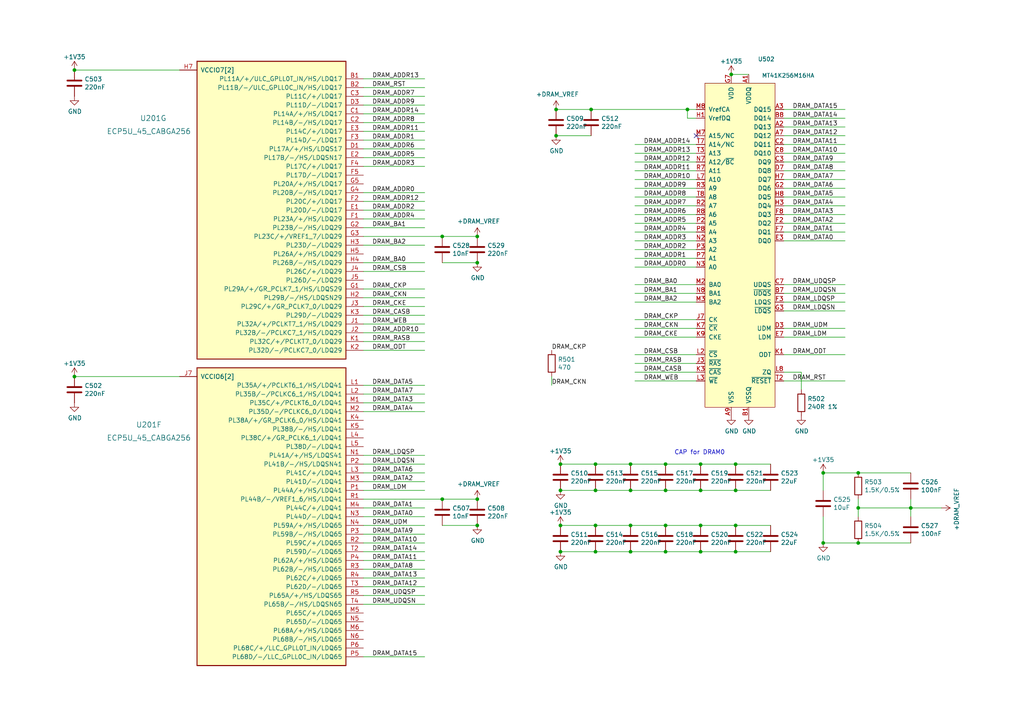
<source format=kicad_sch>
(kicad_sch (version 20210621) (generator eeschema)
  (paper "A4")
  (junction (at 21.59 20.32))
  (junction (at 21.59 109.22))
  (junction (at 128.27 68.58))
  (junction (at 128.27 144.78))
  (junction (at 138.43 68.58))
  (junction (at 138.43 76.2))
  (junction (at 138.43 144.78))
  (junction (at 138.43 152.4))
  (junction (at 161.29 31.75) (diameter 0.9144))
  (junction (at 161.29 39.37) (diameter 0.9144))
  (junction (at 162.56 134.62) (diameter 0.9144))
  (junction (at 162.56 142.24) (diameter 0.9144))
  (junction (at 162.56 152.4) (diameter 0.9144))
  (junction (at 162.56 160.02) (diameter 0.9144))
  (junction (at 171.45 31.75) (diameter 0.9144))
  (junction (at 172.72 134.62) (diameter 0.9144))
  (junction (at 172.72 142.24) (diameter 0.9144))
  (junction (at 172.72 152.4) (diameter 0.9144))
  (junction (at 172.72 160.02) (diameter 0.9144))
  (junction (at 182.88 134.62) (diameter 0.9144))
  (junction (at 182.88 142.24) (diameter 0.9144))
  (junction (at 182.88 152.4) (diameter 0.9144))
  (junction (at 182.88 160.02) (diameter 0.9144))
  (junction (at 193.04 134.62) (diameter 0.9144))
  (junction (at 193.04 142.24) (diameter 0.9144))
  (junction (at 193.04 152.4) (diameter 0.9144))
  (junction (at 193.04 160.02) (diameter 0.9144))
  (junction (at 199.39 31.75))
  (junction (at 203.2 134.62) (diameter 0.9144))
  (junction (at 203.2 142.24) (diameter 0.9144))
  (junction (at 203.2 152.4) (diameter 0.9144))
  (junction (at 203.2 160.02) (diameter 0.9144))
  (junction (at 212.09 21.59) (diameter 0.9144))
  (junction (at 213.36 134.62) (diameter 0.9144))
  (junction (at 213.36 142.24) (diameter 0.9144))
  (junction (at 213.36 152.4) (diameter 0.9144))
  (junction (at 213.36 160.02) (diameter 0.9144))
  (junction (at 238.76 137.16) (diameter 0.9144))
  (junction (at 238.76 157.48) (diameter 0.9144))
  (junction (at 248.92 137.16) (diameter 0.9144))
  (junction (at 248.92 147.32) (diameter 0.9144))
  (junction (at 248.92 157.48) (diameter 0.9144))
  (junction (at 264.16 147.32) (diameter 0.9144))
  (no_connect (at 201.93 39.37))
  (wire (pts (xy 21.59 20.32) (xy 52.07 20.32)))
  (wire (pts (xy 21.59 109.22) (xy 52.07 109.22)))
  (wire (pts (xy 105.41 22.86) (xy 123.19 22.86)))
  (wire (pts (xy 105.41 25.4) (xy 123.19 25.4)))
  (wire (pts (xy 105.41 38.1) (xy 123.19 38.1)))
  (wire (pts (xy 105.41 40.64) (xy 123.19 40.64)))
  (wire (pts (xy 105.41 43.18) (xy 123.19 43.18)))
  (wire (pts (xy 105.41 58.42) (xy 123.19 58.42)))
  (wire (pts (xy 105.41 60.96) (xy 123.19 60.96)))
  (wire (pts (xy 105.41 63.5) (xy 123.19 63.5)))
  (wire (pts (xy 105.41 68.58) (xy 128.27 68.58)))
  (wire (pts (xy 105.41 78.74) (xy 123.19 78.74)))
  (wire (pts (xy 105.41 83.82) (xy 123.19 83.82)))
  (wire (pts (xy 105.41 86.36) (xy 123.19 86.36)))
  (wire (pts (xy 105.41 96.52) (xy 123.19 96.52)))
  (wire (pts (xy 105.41 99.06) (xy 123.19 99.06)))
  (wire (pts (xy 105.41 101.6) (xy 123.19 101.6)))
  (wire (pts (xy 105.41 111.76) (xy 123.19 111.76)))
  (wire (pts (xy 105.41 114.3) (xy 123.19 114.3)))
  (wire (pts (xy 105.41 139.7) (xy 123.19 139.7)))
  (wire (pts (xy 105.41 142.24) (xy 123.19 142.24)))
  (wire (pts (xy 105.41 144.78) (xy 128.27 144.78)))
  (wire (pts (xy 105.41 147.32) (xy 123.19 147.32)))
  (wire (pts (xy 105.41 149.86) (xy 123.19 149.86)))
  (wire (pts (xy 105.41 154.94) (xy 123.19 154.94)))
  (wire (pts (xy 105.41 157.48) (xy 123.19 157.48)))
  (wire (pts (xy 105.41 160.02) (xy 123.19 160.02)))
  (wire (pts (xy 105.41 170.18) (xy 123.19 170.18)))
  (wire (pts (xy 105.41 190.5) (xy 123.19 190.5)))
  (wire (pts (xy 123.19 27.94) (xy 105.41 27.94)))
  (wire (pts (xy 123.19 30.48) (xy 105.41 30.48)))
  (wire (pts (xy 123.19 33.02) (xy 105.41 33.02)))
  (wire (pts (xy 123.19 35.56) (xy 105.41 35.56)))
  (wire (pts (xy 123.19 45.72) (xy 105.41 45.72)))
  (wire (pts (xy 123.19 48.26) (xy 105.41 48.26)))
  (wire (pts (xy 123.19 55.88) (xy 105.41 55.88)))
  (wire (pts (xy 123.19 66.04) (xy 105.41 66.04)))
  (wire (pts (xy 123.19 71.12) (xy 105.41 71.12)))
  (wire (pts (xy 123.19 76.2) (xy 105.41 76.2)))
  (wire (pts (xy 123.19 88.9) (xy 105.41 88.9)))
  (wire (pts (xy 123.19 91.44) (xy 105.41 91.44)))
  (wire (pts (xy 123.19 93.98) (xy 105.41 93.98)))
  (wire (pts (xy 123.19 116.84) (xy 105.41 116.84)))
  (wire (pts (xy 123.19 119.38) (xy 105.41 119.38)))
  (wire (pts (xy 123.19 132.08) (xy 105.41 132.08)))
  (wire (pts (xy 123.19 134.62) (xy 105.41 134.62)))
  (wire (pts (xy 123.19 137.16) (xy 105.41 137.16)))
  (wire (pts (xy 123.19 152.4) (xy 105.41 152.4)))
  (wire (pts (xy 123.19 162.56) (xy 105.41 162.56)))
  (wire (pts (xy 123.19 165.1) (xy 105.41 165.1)))
  (wire (pts (xy 123.19 167.64) (xy 105.41 167.64)))
  (wire (pts (xy 123.19 172.72) (xy 105.41 172.72)))
  (wire (pts (xy 123.19 175.26) (xy 105.41 175.26)))
  (wire (pts (xy 128.27 68.58) (xy 138.43 68.58)))
  (wire (pts (xy 128.27 144.78) (xy 138.43 144.78)))
  (wire (pts (xy 138.43 76.2) (xy 128.27 76.2)))
  (wire (pts (xy 138.43 152.4) (xy 128.27 152.4)))
  (wire (pts (xy 160.02 109.22) (xy 160.02 111.76)))
  (wire (pts (xy 161.29 31.75) (xy 171.45 31.75)))
  (wire (pts (xy 171.45 31.75) (xy 199.39 31.75)))
  (wire (pts (xy 171.45 39.37) (xy 161.29 39.37)))
  (wire (pts (xy 172.72 134.62) (xy 162.56 134.62)))
  (wire (pts (xy 172.72 134.62) (xy 182.88 134.62)))
  (wire (pts (xy 172.72 142.24) (xy 162.56 142.24)))
  (wire (pts (xy 172.72 142.24) (xy 182.88 142.24)))
  (wire (pts (xy 172.72 152.4) (xy 162.56 152.4)))
  (wire (pts (xy 172.72 152.4) (xy 182.88 152.4)))
  (wire (pts (xy 172.72 160.02) (xy 162.56 160.02)))
  (wire (pts (xy 172.72 160.02) (xy 182.88 160.02)))
  (wire (pts (xy 182.88 134.62) (xy 193.04 134.62)))
  (wire (pts (xy 182.88 152.4) (xy 193.04 152.4)))
  (wire (pts (xy 184.15 41.91) (xy 201.93 41.91)))
  (wire (pts (xy 184.15 44.45) (xy 201.93 44.45)))
  (wire (pts (xy 184.15 57.15) (xy 201.93 57.15)))
  (wire (pts (xy 184.15 59.69) (xy 201.93 59.69)))
  (wire (pts (xy 184.15 62.23) (xy 201.93 62.23)))
  (wire (pts (xy 184.15 72.39) (xy 201.93 72.39)))
  (wire (pts (xy 184.15 74.93) (xy 201.93 74.93)))
  (wire (pts (xy 184.15 77.47) (xy 201.93 77.47)))
  (wire (pts (xy 184.15 82.55) (xy 201.93 82.55)))
  (wire (pts (xy 184.15 85.09) (xy 201.93 85.09)))
  (wire (pts (xy 184.15 87.63) (xy 201.93 87.63)))
  (wire (pts (xy 184.15 92.71) (xy 201.93 92.71)))
  (wire (pts (xy 184.15 95.25) (xy 201.93 95.25)))
  (wire (pts (xy 184.15 105.41) (xy 201.93 105.41)))
  (wire (pts (xy 184.15 107.95) (xy 201.93 107.95)))
  (wire (pts (xy 184.15 110.49) (xy 201.93 110.49)))
  (wire (pts (xy 193.04 142.24) (xy 182.88 142.24)))
  (wire (pts (xy 193.04 160.02) (xy 182.88 160.02)))
  (wire (pts (xy 199.39 31.75) (xy 201.93 31.75)))
  (wire (pts (xy 199.39 34.29) (xy 199.39 31.75)))
  (wire (pts (xy 201.93 34.29) (xy 199.39 34.29)))
  (wire (pts (xy 201.93 46.99) (xy 184.15 46.99)))
  (wire (pts (xy 201.93 49.53) (xy 184.15 49.53)))
  (wire (pts (xy 201.93 52.07) (xy 184.15 52.07)))
  (wire (pts (xy 201.93 54.61) (xy 184.15 54.61)))
  (wire (pts (xy 201.93 64.77) (xy 184.15 64.77)))
  (wire (pts (xy 201.93 67.31) (xy 184.15 67.31)))
  (wire (pts (xy 201.93 69.85) (xy 184.15 69.85)))
  (wire (pts (xy 201.93 97.79) (xy 184.15 97.79)))
  (wire (pts (xy 201.93 102.87) (xy 184.15 102.87)))
  (wire (pts (xy 203.2 134.62) (xy 193.04 134.62)))
  (wire (pts (xy 203.2 142.24) (xy 193.04 142.24)))
  (wire (pts (xy 203.2 152.4) (xy 193.04 152.4)))
  (wire (pts (xy 203.2 160.02) (xy 193.04 160.02)))
  (wire (pts (xy 212.09 21.59) (xy 217.17 21.59)))
  (wire (pts (xy 213.36 134.62) (xy 203.2 134.62)))
  (wire (pts (xy 213.36 142.24) (xy 203.2 142.24)))
  (wire (pts (xy 213.36 152.4) (xy 203.2 152.4)))
  (wire (pts (xy 213.36 160.02) (xy 203.2 160.02)))
  (wire (pts (xy 223.52 134.62) (xy 213.36 134.62)))
  (wire (pts (xy 223.52 142.24) (xy 213.36 142.24)))
  (wire (pts (xy 223.52 152.4) (xy 213.36 152.4)))
  (wire (pts (xy 223.52 160.02) (xy 213.36 160.02)))
  (wire (pts (xy 227.33 34.29) (xy 245.11 34.29)))
  (wire (pts (xy 227.33 36.83) (xy 245.11 36.83)))
  (wire (pts (xy 227.33 39.37) (xy 245.11 39.37)))
  (wire (pts (xy 227.33 49.53) (xy 245.11 49.53)))
  (wire (pts (xy 227.33 52.07) (xy 245.11 52.07)))
  (wire (pts (xy 227.33 54.61) (xy 245.11 54.61)))
  (wire (pts (xy 227.33 64.77) (xy 245.11 64.77)))
  (wire (pts (xy 227.33 67.31) (xy 245.11 67.31)))
  (wire (pts (xy 227.33 69.85) (xy 245.11 69.85)))
  (wire (pts (xy 227.33 95.25) (xy 245.11 95.25)))
  (wire (pts (xy 227.33 97.79) (xy 245.11 97.79)))
  (wire (pts (xy 227.33 107.95) (xy 232.41 107.95)))
  (wire (pts (xy 227.33 110.49) (xy 245.11 110.49)))
  (wire (pts (xy 232.41 107.95) (xy 232.41 113.03)))
  (wire (pts (xy 238.76 137.16) (xy 238.76 142.24)))
  (wire (pts (xy 238.76 137.16) (xy 248.92 137.16)))
  (wire (pts (xy 238.76 149.86) (xy 238.76 157.48)))
  (wire (pts (xy 245.11 31.75) (xy 227.33 31.75)))
  (wire (pts (xy 245.11 41.91) (xy 227.33 41.91)))
  (wire (pts (xy 245.11 44.45) (xy 227.33 44.45)))
  (wire (pts (xy 245.11 46.99) (xy 227.33 46.99)))
  (wire (pts (xy 245.11 57.15) (xy 227.33 57.15)))
  (wire (pts (xy 245.11 59.69) (xy 227.33 59.69)))
  (wire (pts (xy 245.11 62.23) (xy 227.33 62.23)))
  (wire (pts (xy 245.11 82.55) (xy 227.33 82.55)))
  (wire (pts (xy 245.11 85.09) (xy 227.33 85.09)))
  (wire (pts (xy 245.11 87.63) (xy 227.33 87.63)))
  (wire (pts (xy 245.11 90.17) (xy 227.33 90.17)))
  (wire (pts (xy 245.11 102.87) (xy 227.33 102.87)))
  (wire (pts (xy 248.92 137.16) (xy 264.16 137.16)))
  (wire (pts (xy 248.92 144.78) (xy 248.92 147.32)))
  (wire (pts (xy 248.92 147.32) (xy 248.92 149.86)))
  (wire (pts (xy 248.92 147.32) (xy 264.16 147.32)))
  (wire (pts (xy 248.92 157.48) (xy 238.76 157.48)))
  (wire (pts (xy 264.16 144.78) (xy 264.16 147.32)))
  (wire (pts (xy 264.16 147.32) (xy 264.16 149.86)))
  (wire (pts (xy 264.16 157.48) (xy 248.92 157.48)))
  (wire (pts (xy 273.05 147.32) (xy 264.16 147.32)))
  (text "CAP for DRAM0" (at 195.58 132.08 0) (effects (font (size 1.27 1.27)) (justify left bottom)))
  (label "DRAM_ADDR13" (at 107.95 22.86 0))
  (label "DRAM_RST" (at 107.95 25.4 0))
  (label "DRAM_ADDR7" (at 107.95 27.94 0))
  (label "DRAM_ADDR9" (at 107.95 30.48 0))
  (label "DRAM_ADDR14" (at 107.95 33.02 0))
  (label "DRAM_ADDR8" (at 107.95 35.56 0))
  (label "DRAM_ADDR11" (at 107.95 38.1 0))
  (label "DRAM_ADDR1" (at 107.95 40.64 0))
  (label "DRAM_ADDR6" (at 107.95 43.18 0))
  (label "DRAM_ADDR5" (at 107.95 45.72 0))
  (label "DRAM_ADDR3" (at 107.95 48.26 0))
  (label "DRAM_ADDR0" (at 107.95 55.88 0))
  (label "DRAM_ADDR12" (at 107.95 58.42 0))
  (label "DRAM_ADDR2" (at 107.95 60.96 0))
  (label "DRAM_ADDR4" (at 107.95 63.5 0))
  (label "DRAM_BA1" (at 107.95 66.04 0))
  (label "DRAM_BA2" (at 107.95 71.12 0))
  (label "DRAM_BA0" (at 107.95 76.2 0))
  (label "DRAM_CSB" (at 107.95 78.74 0))
  (label "DRAM_CKP" (at 107.95 83.82 0))
  (label "DRAM_CKN" (at 107.95 86.36 0))
  (label "DRAM_CKE" (at 107.95 88.9 0))
  (label "DRAM_CASB" (at 107.95 91.44 0))
  (label "DRAM_WEB" (at 107.95 93.98 0))
  (label "DRAM_ADDR10" (at 107.95 96.52 0))
  (label "DRAM_RASB" (at 107.95 99.06 0))
  (label "DRAM_ODT" (at 107.95 101.6 0))
  (label "DRAM_DATA5" (at 107.95 111.76 0))
  (label "DRAM_DATA7" (at 107.95 114.3 0))
  (label "DRAM_DATA3" (at 107.95 116.84 0))
  (label "DRAM_DATA4" (at 107.95 119.38 0))
  (label "DRAM_LDQSP" (at 107.95 132.08 0))
  (label "DRAM_LDQSN" (at 107.95 134.62 0))
  (label "DRAM_DATA6" (at 107.95 137.16 0))
  (label "DRAM_DATA2" (at 107.95 139.7 0))
  (label "DRAM_LDM" (at 107.95 142.24 0))
  (label "DRAM_DATA1" (at 107.95 147.32 0))
  (label "DRAM_DATA0" (at 107.95 149.86 0))
  (label "DRAM_UDM" (at 107.95 152.4 0))
  (label "DRAM_DATA9" (at 107.95 154.94 0))
  (label "DRAM_DATA10" (at 107.95 157.48 0))
  (label "DRAM_DATA14" (at 107.95 160.02 0))
  (label "DRAM_DATA11" (at 107.95 162.56 0))
  (label "DRAM_DATA8" (at 107.95 165.1 0))
  (label "DRAM_DATA13" (at 107.95 167.64 0))
  (label "DRAM_DATA12" (at 107.95 170.18 0))
  (label "DRAM_UDQSP" (at 107.95 172.72 0))
  (label "DRAM_UDQSN" (at 107.95 175.26 0))
  (label "DRAM_DATA15" (at 107.95 190.5 0))
  (label "DRAM_CKP" (at 160.02 101.6 0))
  (label "DRAM_CKN" (at 160.02 111.76 0))
  (label "DRAM_ADDR14" (at 186.69 41.91 0))
  (label "DRAM_ADDR13" (at 186.69 44.45 0))
  (label "DRAM_ADDR12" (at 186.69 46.99 0))
  (label "DRAM_ADDR11" (at 186.69 49.53 0))
  (label "DRAM_ADDR10" (at 186.69 52.07 0))
  (label "DRAM_ADDR9" (at 186.69 54.61 0))
  (label "DRAM_ADDR8" (at 186.69 57.15 0))
  (label "DRAM_ADDR7" (at 186.69 59.69 0))
  (label "DRAM_ADDR6" (at 186.69 62.23 0))
  (label "DRAM_ADDR5" (at 186.69 64.77 0))
  (label "DRAM_ADDR4" (at 186.69 67.31 0))
  (label "DRAM_ADDR3" (at 186.69 69.85 0))
  (label "DRAM_ADDR2" (at 186.69 72.39 0))
  (label "DRAM_ADDR1" (at 186.69 74.93 0))
  (label "DRAM_ADDR0" (at 186.69 77.47 0))
  (label "DRAM_BA0" (at 186.69 82.55 0))
  (label "DRAM_BA1" (at 186.69 85.09 0))
  (label "DRAM_BA2" (at 186.69 87.63 0))
  (label "DRAM_CKP" (at 186.69 92.71 0))
  (label "DRAM_CKN" (at 186.69 95.25 0))
  (label "DRAM_CKE" (at 186.69 97.79 0))
  (label "DRAM_CSB" (at 186.69 102.87 0))
  (label "DRAM_RASB" (at 186.69 105.41 0))
  (label "DRAM_CASB" (at 186.69 107.95 0))
  (label "DRAM_WEB" (at 186.69 110.49 0))
  (label "DRAM_DATA15" (at 229.87 31.75 0))
  (label "DRAM_DATA14" (at 229.87 34.29 0))
  (label "DRAM_DATA13" (at 229.87 36.83 0))
  (label "DRAM_DATA12" (at 229.87 39.37 0))
  (label "DRAM_DATA11" (at 229.87 41.91 0))
  (label "DRAM_DATA10" (at 229.87 44.45 0))
  (label "DRAM_DATA9" (at 229.87 46.99 0))
  (label "DRAM_DATA8" (at 229.87 49.53 0))
  (label "DRAM_DATA7" (at 229.87 52.07 0))
  (label "DRAM_DATA6" (at 229.87 54.61 0))
  (label "DRAM_DATA5" (at 229.87 57.15 0))
  (label "DRAM_DATA4" (at 229.87 59.69 0))
  (label "DRAM_DATA3" (at 229.87 62.23 0))
  (label "DRAM_DATA2" (at 229.87 64.77 0))
  (label "DRAM_DATA1" (at 229.87 67.31 0))
  (label "DRAM_DATA0" (at 229.87 69.85 0))
  (label "DRAM_UDQSP" (at 229.87 82.55 0))
  (label "DRAM_UDQSN" (at 229.87 85.09 0))
  (label "DRAM_LDQSP" (at 229.87 87.63 0))
  (label "DRAM_LDQSN" (at 229.87 90.17 0))
  (label "DRAM_UDM" (at 229.87 95.25 0))
  (label "DRAM_LDM" (at 229.87 97.79 0))
  (label "DRAM_ODT" (at 229.87 102.87 0))
  (label "DRAM_RST" (at 229.87 110.49 0))
  (symbol (lib_id "power:+1V35") (at 21.59 20.32 0) (unit 1)
    (property "Reference" "#PWR0501" (effects hide))
    (property "Value" "+1V35" (at 21.59 16.51 0))
  )
  (symbol (lib_id "power:+1V35") (at 21.59 109.22 0) (unit 1)
    (property "Reference" "#PWR0503" (effects hide))
    (property "Value" "+1V35" (at 21.59 105.41 0))
  )
  (symbol (lib_id "symbols:+DRAM_VREF") (at 138.43 68.58 0) (unit 1)
    (property "Reference" "#PWR0138" (effects hide))
    (property "Value" "+DRAM_VREF" (at 138.811 64.1858 0))
  )
  (symbol (lib_id "symbols:+DRAM_VREF") (at 138.43 144.78 0) (unit 1)
    (property "Reference" "#PWR0505" (effects hide))
    (property "Value" "+DRAM_VREF" (at 138.811 140.3858 0))
  )
  (symbol (lib_id "symbols:+DRAM_VREF") (at 161.29 31.75 0) (unit 1)
    (property "Reference" "#PWR0507" (effects hide))
    (property "Value" "+DRAM_VREF" (at 161.671 27.3558 0))
  )
  (symbol (lib_id "power:+1V35") (at 162.56 134.62 0) (unit 1)
    (property "Reference" "#PWR0509" (effects hide))
    (property "Value" "+1V35" (at 162.56 130.81 0))
  )
  (symbol (lib_id "power:+1V35") (at 162.56 152.4 0) (unit 1)
    (property "Reference" "#PWR0511" (effects hide))
    (property "Value" "+1V35" (at 162.56 148.59 0))
  )
  (symbol (lib_id "power:+1V35") (at 212.09 21.59 0) (unit 1)
    (property "Reference" "#PWR0513" (effects hide))
    (property "Value" "+1V35" (at 212.09 17.78 0))
  )
  (symbol (lib_id "power:+1V35") (at 238.76 137.16 0) (unit 1)
    (property "Reference" "#PWR0517" (effects hide))
    (property "Value" "+1V35" (at 238.76 133.35 0))
  )
  (symbol (lib_id "symbols:+DRAM_VREF") (at 273.05 147.32 270) (unit 1)
    (property "Reference" "#PWR0519" (effects hide))
    (property "Value" "+DRAM_VREF" (at 277.4442 147.701 0))
  )
  (symbol (lib_id "power:GND") (at 21.59 27.94 0) (unit 1)
    (property "Reference" "#PWR0502" (effects hide))
    (property "Value" "GND" (at 21.717 32.3342 0))
  )
  (symbol (lib_id "power:GND") (at 21.59 116.84 0) (unit 1)
    (property "Reference" "#PWR0504" (effects hide))
    (property "Value" "GND" (at 21.717 121.2342 0))
  )
  (symbol (lib_id "power:GND") (at 138.43 76.2 0) (unit 1)
    (property "Reference" "#PWR0139" (effects hide))
    (property "Value" "GND" (at 138.557 80.5942 0))
  )
  (symbol (lib_id "power:GND") (at 138.43 152.4 0) (unit 1)
    (property "Reference" "#PWR0506" (effects hide))
    (property "Value" "GND" (at 138.557 156.7942 0))
  )
  (symbol (lib_id "power:GND") (at 161.29 39.37 0) (unit 1)
    (property "Reference" "#PWR0508" (effects hide))
    (property "Value" "GND" (at 161.417 43.7642 0))
  )
  (symbol (lib_id "power:GND") (at 162.56 142.24 0) (unit 1)
    (property "Reference" "#PWR0510" (effects hide))
    (property "Value" "GND" (at 162.687 146.6342 0))
  )
  (symbol (lib_id "power:GND") (at 162.56 160.02 0) (unit 1)
    (property "Reference" "#PWR0512" (effects hide))
    (property "Value" "GND" (at 162.687 164.4142 0))
  )
  (symbol (lib_id "power:GND") (at 212.09 120.65 0) (unit 1)
    (property "Reference" "#PWR0514" (effects hide))
    (property "Value" "GND" (at 212.217 125.0442 0))
  )
  (symbol (lib_id "power:GND") (at 217.17 120.65 0) (unit 1)
    (property "Reference" "#PWR0515" (effects hide))
    (property "Value" "GND" (at 217.297 125.0442 0))
  )
  (symbol (lib_id "power:GND") (at 232.41 120.65 0) (unit 1)
    (property "Reference" "#PWR0516" (effects hide))
    (property "Value" "GND" (at 232.537 125.0442 0))
  )
  (symbol (lib_id "power:GND") (at 238.76 157.48 0) (unit 1)
    (property "Reference" "#PWR0518" (effects hide))
    (property "Value" "GND" (at 238.887 161.8742 0))
  )
  (symbol (lib_id "Device:R") (at 160.02 105.41 0) (unit 1)
    (property "Reference" "R501" (at 161.798 104.2416 0) (effects (justify left)))
    (property "Value" "470" (at 161.798 106.553 0) (effects (justify left)))
    (property "Footprint" "Resistor_SMD:R_0402_1005Metric" (effects hide))
  )
  (symbol (lib_id "Device:R") (at 232.41 116.84 0) (unit 1)
    (property "Reference" "R502" (at 234.188 115.6716 0) (effects (justify left)))
    (property "Value" "240R 1%" (at 234.188 117.983 0) (effects (justify left)))
    (property "Footprint" "Resistor_SMD:R_0402_1005Metric" (effects hide))
  )
  (symbol (lib_id "Device:R") (at 248.92 140.97 0) (unit 1)
    (property "Reference" "R503" (at 250.698 139.8016 0) (effects (justify left)))
    (property "Value" "1.5K/0.5%" (at 250.698 142.113 0) (effects (justify left)))
    (property "Footprint" "Resistor_SMD:R_0402_1005Metric" (effects hide))
  )
  (symbol (lib_id "Device:R") (at 248.92 153.67 0) (unit 1)
    (property "Reference" "R504" (at 250.698 152.5016 0) (effects (justify left)))
    (property "Value" "1.5K/0.5%" (at 250.698 154.813 0) (effects (justify left)))
    (property "Footprint" "Resistor_SMD:R_0402_1005Metric" (effects hide))
  )
  (symbol (lib_id "Device:C") (at 21.59 24.13 0) (unit 1)
    (property "Reference" "C503" (at 24.511 22.9616 0) (effects (justify left)))
    (property "Value" "220nF" (at 24.511 25.273 0) (effects (justify left)))
    (property "Footprint" "Capacitor_SMD:C_0402_1005Metric" (effects hide))
  )
  (symbol (lib_id "Device:C") (at 21.59 113.03 0) (unit 1)
    (property "Reference" "C502" (at 24.511 111.8616 0) (effects (justify left)))
    (property "Value" "220nF" (at 24.511 114.173 0) (effects (justify left)))
    (property "Footprint" "Capacitor_SMD:C_0402_1005Metric" (effects hide))
  )
  (symbol (lib_id "Device:C") (at 128.27 72.39 0) (unit 1)
    (property "Reference" "C528" (at 131.191 71.2216 0) (effects (justify left)))
    (property "Value" "10nF" (at 131.191 73.533 0) (effects (justify left)))
    (property "Footprint" "Capacitor_SMD:C_0402_1005Metric" (effects hide))
  )
  (symbol (lib_id "Device:C") (at 128.27 148.59 0) (unit 1)
    (property "Reference" "C507" (at 131.191 147.4216 0) (effects (justify left)))
    (property "Value" "10nF" (at 131.191 149.733 0) (effects (justify left)))
    (property "Footprint" "Capacitor_SMD:C_0402_1005Metric" (effects hide))
  )
  (symbol (lib_id "Device:C") (at 138.43 72.39 0) (unit 1)
    (property "Reference" "C529" (at 141.351 71.2216 0) (effects (justify left)))
    (property "Value" "220nF" (at 141.351 73.533 0) (effects (justify left)))
    (property "Footprint" "Capacitor_SMD:C_0402_1005Metric" (effects hide))
  )
  (symbol (lib_id "Device:C") (at 138.43 148.59 0) (unit 1)
    (property "Reference" "C508" (at 141.351 147.4216 0) (effects (justify left)))
    (property "Value" "220nF" (at 141.351 149.733 0) (effects (justify left)))
    (property "Footprint" "Capacitor_SMD:C_0402_1005Metric" (effects hide))
  )
  (symbol (lib_id "Device:C") (at 161.29 35.56 0) (unit 1)
    (property "Reference" "C509" (at 164.211 34.3916 0) (effects (justify left)))
    (property "Value" "220nF" (at 164.211 36.703 0) (effects (justify left)))
    (property "Footprint" "Capacitor_SMD:C_0402_1005Metric" (effects hide))
  )
  (symbol (lib_id "Device:C") (at 162.56 138.43 0) (unit 1)
    (property "Reference" "C510" (at 165.481 137.2616 0) (effects (justify left)))
    (property "Value" "220nF" (at 165.481 139.573 0) (effects (justify left)))
    (property "Footprint" "Capacitor_SMD:C_0402_1005Metric" (effects hide))
  )
  (symbol (lib_id "Device:C") (at 162.56 156.21 0) (unit 1)
    (property "Reference" "C511" (at 165.481 155.0416 0) (effects (justify left)))
    (property "Value" "220nF" (at 165.481 157.353 0) (effects (justify left)))
    (property "Footprint" "Capacitor_SMD:C_0402_1005Metric" (effects hide))
  )
  (symbol (lib_id "Device:C") (at 171.45 35.56 0) (unit 1)
    (property "Reference" "C512" (at 174.371 34.3916 0) (effects (justify left)))
    (property "Value" "220nF" (at 174.371 36.703 0) (effects (justify left)))
    (property "Footprint" "Capacitor_SMD:C_0402_1005Metric" (effects hide))
  )
  (symbol (lib_id "Device:C") (at 172.72 138.43 0) (unit 1)
    (property "Reference" "C513" (at 175.641 137.2616 0) (effects (justify left)))
    (property "Value" "220nF" (at 175.641 139.573 0) (effects (justify left)))
    (property "Footprint" "Capacitor_SMD:C_0402_1005Metric" (effects hide))
  )
  (symbol (lib_id "Device:C") (at 172.72 156.21 0) (unit 1)
    (property "Reference" "C514" (at 175.641 155.0416 0) (effects (justify left)))
    (property "Value" "220nF" (at 175.641 157.353 0) (effects (justify left)))
    (property "Footprint" "Capacitor_SMD:C_0402_1005Metric" (effects hide))
  )
  (symbol (lib_id "Device:C") (at 182.88 138.43 0) (unit 1)
    (property "Reference" "C515" (at 185.801 137.2616 0) (effects (justify left)))
    (property "Value" "220nF" (at 185.801 139.573 0) (effects (justify left)))
    (property "Footprint" "Capacitor_SMD:C_0402_1005Metric" (effects hide))
  )
  (symbol (lib_id "Device:C") (at 182.88 156.21 0) (unit 1)
    (property "Reference" "C516" (at 185.801 155.0416 0) (effects (justify left)))
    (property "Value" "220nF" (at 185.801 157.353 0) (effects (justify left)))
    (property "Footprint" "Capacitor_SMD:C_0402_1005Metric" (effects hide))
  )
  (symbol (lib_id "Device:C") (at 193.04 138.43 0) (unit 1)
    (property "Reference" "C517" (at 195.961 137.2616 0) (effects (justify left)))
    (property "Value" "220nF" (at 195.961 139.573 0) (effects (justify left)))
    (property "Footprint" "Capacitor_SMD:C_0402_1005Metric" (effects hide))
  )
  (symbol (lib_id "Device:C") (at 193.04 156.21 0) (unit 1)
    (property "Reference" "C518" (at 195.961 155.0416 0) (effects (justify left)))
    (property "Value" "220nF" (at 195.961 157.353 0) (effects (justify left)))
    (property "Footprint" "Capacitor_SMD:C_0402_1005Metric" (effects hide))
  )
  (symbol (lib_id "Device:C") (at 203.2 138.43 0) (unit 1)
    (property "Reference" "C519" (at 206.121 137.2616 0) (effects (justify left)))
    (property "Value" "220nF" (at 206.121 139.573 0) (effects (justify left)))
    (property "Footprint" "Capacitor_SMD:C_0402_1005Metric" (effects hide))
  )
  (symbol (lib_id "Device:C") (at 203.2 156.21 0) (unit 1)
    (property "Reference" "C520" (at 206.121 155.0416 0) (effects (justify left)))
    (property "Value" "220nF" (at 206.121 157.353 0) (effects (justify left)))
    (property "Footprint" "Capacitor_SMD:C_0402_1005Metric" (effects hide))
  )
  (symbol (lib_id "Device:C") (at 213.36 138.43 0) (unit 1)
    (property "Reference" "C521" (at 216.281 137.2616 0) (effects (justify left)))
    (property "Value" "220nF" (at 216.281 139.573 0) (effects (justify left)))
    (property "Footprint" "Capacitor_SMD:C_0402_1005Metric" (effects hide))
  )
  (symbol (lib_id "Device:C") (at 213.36 156.21 0) (unit 1)
    (property "Reference" "C522" (at 216.281 155.0416 0) (effects (justify left)))
    (property "Value" "220nF" (at 216.281 157.353 0) (effects (justify left)))
    (property "Footprint" "Capacitor_SMD:C_0402_1005Metric" (effects hide))
  )
  (symbol (lib_id "Device:C") (at 223.52 138.43 0) (unit 1)
    (property "Reference" "C523" (at 226.441 137.2616 0) (effects (justify left)))
    (property "Value" "22uF" (at 226.441 139.573 0) (effects (justify left)))
    (property "Footprint" "Capacitor_SMD:C_0603_1608Metric" (effects hide))
  )
  (symbol (lib_id "Device:C") (at 223.52 156.21 0) (unit 1)
    (property "Reference" "C524" (at 226.441 155.0416 0) (effects (justify left)))
    (property "Value" "22uF" (at 226.441 157.353 0) (effects (justify left)))
    (property "Footprint" "Capacitor_SMD:C_0603_1608Metric" (effects hide))
  )
  (symbol (lib_id "Device:C") (at 238.76 146.05 0) (unit 1)
    (property "Reference" "C525" (at 241.681 144.8816 0) (effects (justify left)))
    (property "Value" "10uF" (at 241.681 147.193 0) (effects (justify left)))
    (property "Footprint" "Capacitor_SMD:C_0603_1608Metric" (effects hide))
  )
  (symbol (lib_id "Device:C") (at 264.16 140.97 0) (unit 1)
    (property "Reference" "C526" (at 267.081 139.8016 0) (effects (justify left)))
    (property "Value" "100nF" (at 267.081 142.113 0) (effects (justify left)))
    (property "Footprint" "Capacitor_SMD:C_0402_1005Metric" (effects hide))
  )
  (symbol (lib_id "Device:C") (at 264.16 153.67 0) (unit 1)
    (property "Reference" "C527" (at 267.081 152.5016 0) (effects (justify left)))
    (property "Value" "100nF" (at 267.081 154.813 0) (effects (justify left)))
    (property "Footprint" "Capacitor_SMD:C_0402_1005Metric" (effects hide))
  )
  (symbol (lib_id "symbols:MT41K256M16HA") (at 214.63 21.59 0) (unit 1)
    (property "Reference" "U502" (at 222.25 17.145 0) (effects (font (size 1.1938 1.1938))))
    (property "Value" "MT41K256M16HA" (at 228.6 21.8948 0) (effects (font (size 1.1938 1.1938))))
    (property "Footprint" "footprints:BGA-96_9.0x14.0mm_P0.8mm" (effects hide))
  )
  (symbol (lib_id "symbols:ECP5U_45_CABGA256") (at 105.41 22.86 0) (mirror y) (unit 7)
    (property "Reference" "U201" (at 44.45 34.29 0) (effects (font (size 1.524 1.524))))
    (property "Value" "ECP5U_45_CABGA256" (at 43.18 38.1 0) (effects (font (size 1.524 1.524))))
    (property "Footprint" "Package_BGA:BGA-256_14.0x14.0mm_Layout16x16_P0.8mm_Ball0.45mm_Pad0.32mm_NSMD" (effects hide))
    (property "manf#" "ECP5U_45" (effects hide))
  )
  (symbol (lib_name "ECP5U_45_CABGA256_1") (lib_id "symbols:ECP5U_45_CABGA256") (at 105.41 111.76 0) (mirror y) (unit 6)
    (property "Reference" "U201" (at 43.18 123.19 0) (effects (font (size 1.524 1.524))))
    (property "Value" "ECP5U_45_CABGA256" (at 43.18 127 0) (effects (font (size 1.524 1.524))))
    (property "Footprint" "Package_BGA:BGA-256_14.0x14.0mm_Layout16x16_P0.8mm_Ball0.45mm_Pad0.32mm_NSMD" (effects hide))
    (property "manf#" "ECP5U_45" (effects hide))
  )
)
</source>
